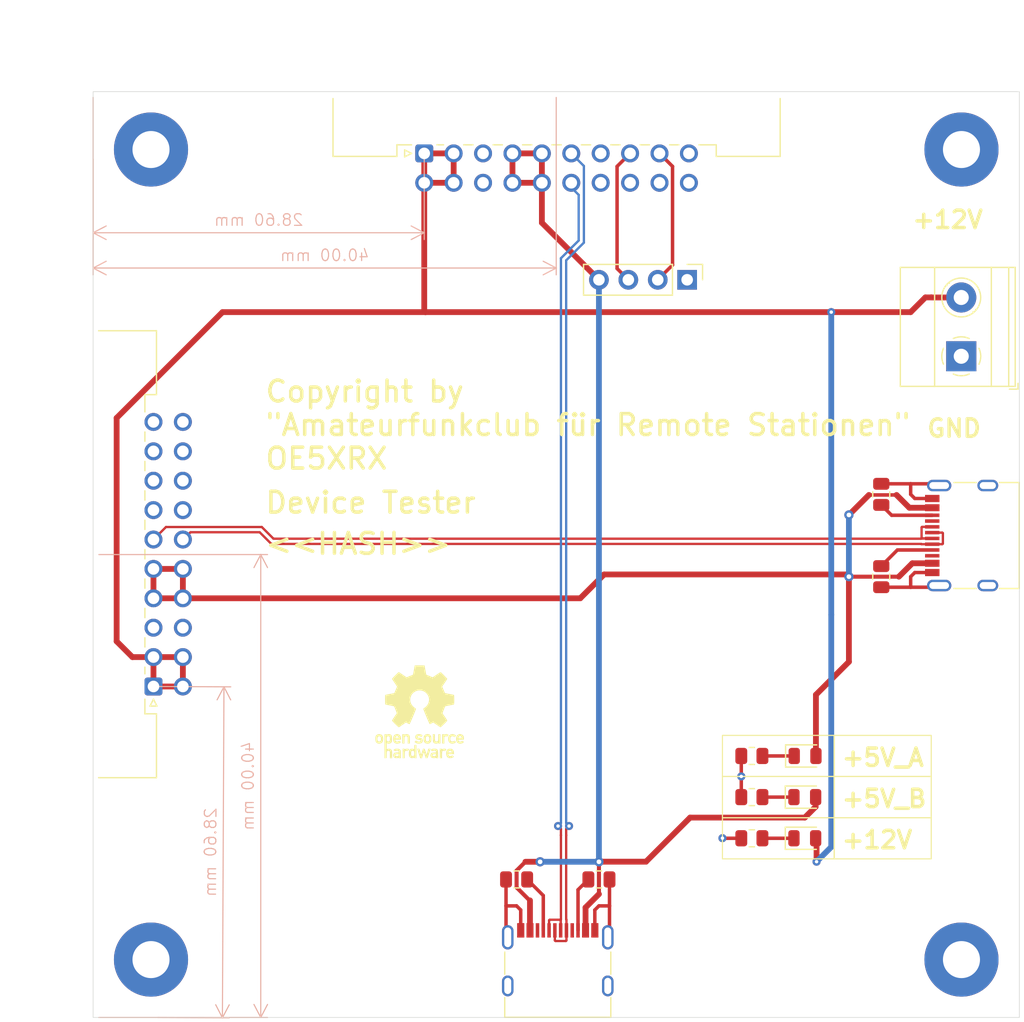
<source format=kicad_pcb>
(kicad_pcb (version 20240108) (generator "pcbnew") (generator_version "8.0")
  (layers (0 "F.Cu" signal) (1 "In1.Cu" power) (2 "In2.Cu" power) (31 "B.Cu" signal) (34 "B.Paste" user) (35 "F.Paste" user) (36 "B.SilkS" user "B.Silkscreen") (37 "F.SilkS" user "F.Silkscreen") (38 "B.Mask" user) (39 "F.Mask" user) (44 "Edge.Cuts" user))
  (net 0 "")
  (net 1 "+12V")
  (net 2 "Net-(D101-K)")
  (net 3 "Net-(D201-K)")
  (net 4 "+5V_A")
  (net 5 "Net-(D301-K)")
  (net 6 "+5V_B")
  (net 7 "GND")
  (net 8 "/Device Tester Connector/USB+")
  (net 9 "/Device Tester Connector/USB-")
  (net 10 "/Device Tester Connector/CC1")
  (net 11 "/Device Tester Connector/CC2")
  (net 12 "/Device Tester Connector/nRPIBOOT")
  (net 13 "/Device Tester Connector/USB_OTG_ID")
  (net 14 "/Bus Tester Connector/USB-")
  (net 15 "/Bus Tester Connector/USB+")
  (net 16 "/Bus Tester Connector/CC1")
  (net 17 "/Bus Tester Connector/CC2")
  (footprint "MountingHole:MountingHole_3.2mm_M3_Pad_TopBottom" (layer "F.Cu") (at 120.756 68.246)
    (property "Reference" "REF**" (hide yes))
    (property "Value" "MountingHole_3.2mm_M3_Pad_TopBottom" (hide yes))
    (pad "1" thru_hole circle (at 0 0) (size 3.6 3.6) (drill 3.2) (layers "*.Cu" "*.Mask"))
    (pad "1" connect circle (at 0 0) (size 6.4 6.4) (layers "F.Cu" "F.Mask"))
    (pad "1" connect circle (at 0 0) (size 6.4 6.4) (layers "B.Cu" "B.Mask"))
  )
  (footprint "Connector_USB:USB_C_Receptacle_G-Switch_GT-USB-7010ASV" (layer "F.Cu") (at 191.956 101.6 90)
    (property "Reference" "J301" (hide yes))
    (property "Value" "USB_C_Receptacle_USB2.0_16P" (hide yes))
    (pad "" np_thru_hole circle (at -2.89 -2.605 90) (size 0.65 0.65) (drill 0.65) (layers "*.Cu" "*.Mask"))
    (pad "" np_thru_hole circle (at 2.89 -2.605 90) (size 0.65 0.65) (drill 0.65) (layers "*.Cu" "*.Mask"))
    (pad "A1" smd rect (at -3.2 -3.725 90) (size 0.6 1.24) (layers "F.Cu" "F.Paste" "F.Mask") (net 7 "GND"))
    (pad "A4" smd rect (at -2.4 -3.725 90) (size 0.6 1.24) (layers "F.Cu" "F.Paste" "F.Mask") (net 6 "+5V_B"))
    (pad "A5" smd rect (at -1.25 -3.725 90) (size 0.3 1.24) (layers "F.Cu" "F.Paste" "F.Mask") (net 16 "/Bus Tester Connector/CC1"))
    (pad "A6" smd rect (at -0.25 -3.725 90) (size 0.3 1.24) (layers "F.Cu" "F.Paste" "F.Mask") (net 15 "/Bus Tester Connector/USB+"))
    (pad "A7" smd rect (at 0.25 -3.725 90) (size 0.3 1.24) (layers "F.Cu" "F.Paste" "F.Mask") (net 14 "/Bus Tester Connector/USB-"))
    (pad "A8" smd rect (at 1.25 -3.725 90) (size 0.3 1.24) (layers "F.Cu" "F.Paste" "F.Mask"))
    (pad "A9" smd rect (at 2.4 -3.725 90) (size 0.6 1.24) (layers "F.Cu" "F.Paste" "F.Mask") (net 6 "+5V_B"))
    (pad "A12" smd rect (at 3.2 -3.725 90) (size 0.6 1.24) (layers "F.Cu" "F.Paste" "F.Mask") (net 7 "GND"))
    (pad "B1" smd rect (at 3.2 -3.725 90) (size 0.6 1.24) (layers "F.Cu" "F.Paste" "F.Mask") (net 7 "GND"))
    (pad "B4" smd rect (at 2.4 -3.725 90) (size 0.6 1.24) (layers "F.Cu" "F.Paste" "F.Mask") (net 6 "+5V_B"))
    (pad "B5" smd rect (at 1.75 -3.725 90) (size 0.3 1.24) (layers "F.Cu" "F.Paste" "F.Mask") (net 17 "/Bus Tester Connector/CC2"))
    (pad "B6" smd rect (at 0.75 -3.725 90) (size 0.3 1.24) (layers "F.Cu" "F.Paste" "F.Mask") (net 15 "/Bus Tester Connector/USB+"))
    (pad "B7" smd rect (at -0.75 -3.725 90) (size 0.3 1.24) (layers "F.Cu" "F.Paste" "F.Mask") (net 14 "/Bus Tester Connector/USB-"))
    (pad "B8" smd rect (at -1.75 -3.725 90) (size 0.3 1.24) (layers "F.Cu" "F.Paste" "F.Mask"))
    (pad "B9" smd rect (at -2.4 -3.725 90) (size 0.6 1.24) (layers "F.Cu" "F.Paste" "F.Mask") (net 6 "+5V_B"))
    (pad "B12" smd rect (at -3.2 -3.725 90) (size 0.6 1.24) (layers "F.Cu" "F.Paste" "F.Mask") (net 7 "GND"))
    (pad "S1" thru_hole oval (at -4.32 -3.125 90) (size 1 2.1) (drill oval 0.6 1.7) (layers "*.Cu" "*.Mask") (net 7 "GND"))
    (pad "S1" thru_hole oval (at -4.32 1.075 90) (size 1 1.8) (drill oval 0.6 1.4) (layers "*.Cu" "*.Mask") (net 7 "GND"))
    (pad "S1" thru_hole oval (at 4.32 -3.125 90) (size 1 2.1) (drill oval 0.6 1.7) (layers "*.Cu" "*.Mask") (net 7 "GND"))
    (pad "S1" thru_hole oval (at 4.32 1.075 90) (size 1 1.8) (drill oval 0.6 1.4) (layers "*.Cu" "*.Mask") (net 7 "GND"))
  )
  (footprint "Connector_PinHeader_2.54mm:PinHeader_1x04_P2.54mm_Vertical" (layer "F.Cu") (at 167.064 79.502 -90)
    (property "Reference" "J202" (hide yes))
    (property "Value" "Conn_01x04" (hide yes))
    (pad "1" thru_hole rect (at 0 0 270) (size 1.7 1.7) (drill 1) (layers "*.Cu" "*.Mask") (net 7 "GND"))
    (pad "2" thru_hole oval (at 0 2.54 270) (size 1.7 1.7) (drill 1) (layers "*.Cu" "*.Mask") (net 12 "/Device Tester Connector/nRPIBOOT"))
    (pad "3" thru_hole oval (at 0 5.08 270) (size 1.7 1.7) (drill 1) (layers "*.Cu" "*.Mask") (net 13 "/Device Tester Connector/USB_OTG_ID"))
    (pad "4" thru_hole oval (at 0 7.62 270) (size 1.7 1.7) (drill 1) (layers "*.Cu" "*.Mask") (net 4 "+5V_A"))
  )
  (footprint "MountingHole:MountingHole_3.2mm_M3_Pad_TopBottom" (layer "F.Cu") (at 190.756 138.246)
    (property "Reference" "REF**" (hide yes))
    (property "Value" "MountingHole_3.2mm_M3_Pad_TopBottom" (hide yes))
    (pad "1" thru_hole circle (at 0 0) (size 3.6 3.6) (drill 3.2) (layers "*.Cu" "*.Mask"))
    (pad "1" connect circle (at 0 0) (size 6.4 6.4) (layers "F.Cu" "F.Mask"))
    (pad "1" connect circle (at 0 0) (size 6.4 6.4) (layers "B.Cu" "B.Mask"))
  )
  (footprint "Connector_DIN:DIN41612_B3_2x10_Male_Horizontal_THT" (layer "F.Cu") (at 120.969 114.646 90)
    (property "Reference" "J302" (hide yes))
    (property "Value" "Conn_02x10_Row_Letter_First" (hide yes))
    (pad "" np_thru_hole circle (at -5.08 -2.54 90) (size 2.85 2.85) (drill 2.85) (layers "*.Cu" "*.Mask"))
    (pad "" np_thru_hole circle (at 27.94 -2.54 90) (size 2.85 2.85) (drill 2.85) (layers "*.Cu" "*.Mask"))
    (pad "a1" thru_hole roundrect (at 0 0 90) (size 1.55 1.55) (drill 1) (layers "*.Cu" "*.Mask") (roundrect_rratio 0.16129) (net 1 "+12V"))
    (pad "a2" thru_hole circle (at 2.54 0 90) (size 1.55 1.55) (drill 1) (layers "*.Cu" "*.Mask") (net 1 "+12V"))
    (pad "a3" thru_hole circle (at 5.08 0 90) (size 1.55 1.55) (drill 1) (layers "*.Cu" "*.Mask") (net 7 "GND"))
    (pad "a4" thru_hole circle (at 7.62 0 90) (size 1.55 1.55) (drill 1) (layers "*.Cu" "*.Mask") (net 6 "+5V_B"))
    (pad "a5" thru_hole circle (at 10.16 0 90) (size 1.55 1.55) (drill 1) (layers "*.Cu" "*.Mask") (net 6 "+5V_B"))
    (pad "a6" thru_hole circle (at 12.7 0 90) (size 1.55 1.55) (drill 1) (layers "*.Cu" "*.Mask") (net 15 "/Bus Tester Connector/USB+"))
    (pad "a7" thru_hole circle (at 15.24 0 90) (size 1.55 1.55) (drill 1) (layers "*.Cu" "*.Mask"))
    (pad "a8" thru_hole circle (at 17.78 0 90) (size 1.55 1.55) (drill 1) (layers "*.Cu" "*.Mask"))
    (pad "a9" thru_hole circle (at 20.32 0 90) (size 1.55 1.55) (drill 1) (layers "*.Cu" "*.Mask"))
    (pad "a10" thru_hole circle (at 22.86 0 90) (size 1.55 1.55) (drill 1) (layers "*.Cu" "*.Mask") (net 7 "GND"))
    (pad "b1" thru_hole circle (at 0 2.54 90) (size 1.55 1.55) (drill 1) (layers "*.Cu" "*.Mask") (net 1 "+12V"))
    (pad "b2" thru_hole circle (at 2.54 2.54 90) (size 1.55 1.55) (drill 1) (layers "*.Cu" "*.Mask") (net 1 "+12V"))
    (pad "b3" thru_hole circle (at 5.08 2.54 90) (size 1.55 1.55) (drill 1) (layers "*.Cu" "*.Mask") (net 7 "GND"))
    (pad "b4" thru_hole circle (at 7.62 2.54 90) (size 1.55 1.55) (drill 1) (layers "*.Cu" "*.Mask") (net 6 "+5V_B"))
    (pad "b5" thru_hole circle (at 10.16 2.54 90) (size 1.55 1.55) (drill 1) (layers "*.Cu" "*.Mask") (net 6 "+5V_B"))
    (pad "b6" thru_hole circle (at 12.7 2.54 90) (size 1.55 1.55) (drill 1) (layers "*.Cu" "*.Mask") (net 14 "/Bus Tester Connector/USB-"))
    (pad "b7" thru_hole circle (at 15.24 2.54 90) (size 1.55 1.55) (drill 1) (layers "*.Cu" "*.Mask"))
    (pad "b8" thru_hole circle (at 17.78 2.54 90) (size 1.55 1.55) (drill 1) (layers "*.Cu" "*.Mask"))
    (pad "b9" thru_hole circle (at 20.32 2.54 90) (size 1.55 1.55) (drill 1) (layers "*.Cu" "*.Mask"))
    (pad "b10" thru_hole circle (at 22.86 2.54 90) (size 1.55 1.55) (drill 1) (layers "*.Cu" "*.Mask") (net 7 "GND"))
  )
  (footprint "Connector_USB:USB_C_Receptacle_G-Switch_GT-USB-7010ASV" (layer "F.Cu") (at 155.888 139.446)
    (property "Reference" "J201" (hide yes))
    (property "Value" "USB_C_Receptacle_USB2.0_16P" (hide yes))
    (pad "" np_thru_hole circle (at -2.89 -2.605) (size 0.65 0.65) (drill 0.65) (layers "*.Cu" "*.Mask"))
    (pad "" np_thru_hole circle (at 2.89 -2.605) (size 0.65 0.65) (drill 0.65) (layers "*.Cu" "*.Mask"))
    (pad "A1" smd rect (at -3.2 -3.725) (size 0.6 1.24) (layers "F.Cu" "F.Paste" "F.Mask") (net 7 "GND"))
    (pad "A4" smd rect (at -2.4 -3.725) (size 0.6 1.24) (layers "F.Cu" "F.Paste" "F.Mask") (net 4 "+5V_A"))
    (pad "A5" smd rect (at -1.25 -3.725) (size 0.3 1.24) (layers "F.Cu" "F.Paste" "F.Mask") (net 10 "/Device Tester Connector/CC1"))
    (pad "A6" smd rect (at -0.25 -3.725) (size 0.3 1.24) (layers "F.Cu" "F.Paste" "F.Mask") (net 8 "/Device Tester Connector/USB+"))
    (pad "A7" smd rect (at 0.25 -3.725) (size 0.3 1.24) (layers "F.Cu" "F.Paste" "F.Mask") (net 9 "/Device Tester Connector/USB-"))
    (pad "A8" smd rect (at 1.25 -3.725) (size 0.3 1.24) (layers "F.Cu" "F.Paste" "F.Mask"))
    (pad "A9" smd rect (at 2.4 -3.725) (size 0.6 1.24) (layers "F.Cu" "F.Paste" "F.Mask") (net 4 "+5V_A"))
    (pad "A12" smd rect (at 3.2 -3.725) (size 0.6 1.24) (layers "F.Cu" "F.Paste" "F.Mask") (net 7 "GND"))
    (pad "B1" smd rect (at 3.2 -3.725) (size 0.6 1.24) (layers "F.Cu" "F.Paste" "F.Mask") (net 7 "GND"))
    (pad "B4" smd rect (at 2.4 -3.725) (size 0.6 1.24) (layers "F.Cu" "F.Paste" "F.Mask") (net 4 "+5V_A"))
    (pad "B5" smd rect (at 1.75 -3.725) (size 0.3 1.24) (layers "F.Cu" "F.Paste" "F.Mask") (net 11 "/Device Tester Connector/CC2"))
    (pad "B6" smd rect (at 0.75 -3.725) (size 0.3 1.24) (layers "F.Cu" "F.Paste" "F.Mask") (net 8 "/Device Tester Connector/USB+"))
    (pad "B7" smd rect (at -0.75 -3.725) (size 0.3 1.24) (layers "F.Cu" "F.Paste" "F.Mask") (net 9 "/Device Tester Connector/USB-"))
    (pad "B8" smd rect (at -1.75 -3.725) (size 0.3 1.24) (layers "F.Cu" "F.Paste" "F.Mask"))
    (pad "B9" smd rect (at -2.4 -3.725) (size 0.6 1.24) (layers "F.Cu" "F.Paste" "F.Mask") (net 4 "+5V_A"))
    (pad "B12" smd rect (at -3.2 -3.725) (size 0.6 1.24) (layers "F.Cu" "F.Paste" "F.Mask") (net 7 "GND"))
    (pad "S1" thru_hole oval (at -4.32 -3.125) (size 1 2.1) (drill oval 0.6 1.7) (layers "*.Cu" "*.Mask") (net 7 "GND"))
    (pad "S1" thru_hole oval (at -4.32 1.075) (size 1 1.8) (drill oval 0.6 1.4) (layers "*.Cu" "*.Mask") (net 7 "GND"))
    (pad "S1" thru_hole oval (at 4.32 -3.125) (size 1 2.1) (drill oval 0.6 1.7) (layers "*.Cu" "*.Mask") (net 7 "GND"))
    (pad "S1" thru_hole oval (at 4.32 1.075) (size 1 1.8) (drill oval 0.6 1.4) (layers "*.Cu" "*.Mask") (net 7 "GND"))
  )
  (footprint "Symbol:OSHW-Logo_7.5x8mm_SilkScreen" (layer "F.Cu") (at 143.95 116.83)
    (property "Reference" "#SYM101" (hide yes))
    (property "Value" "OSHW-Logo_7.5x8mm_SilkScreen" (hide yes))
  )
  (footprint "LED_SMD:LED_0805_2012Metric" (layer "F.Cu") (at 177.249 120.65)
    (property "Reference" "D301" (hide yes))
    (property "Value" "LED" (hide yes))
    (pad "1" smd roundrect (at -0.9375 0) (size 0.975 1.4) (layers "F.Cu" "F.Paste" "F.Mask") (net 5 "Net-(D301-K)"))
    (pad "2" smd roundrect (at 0.9375 0) (size 0.975 1.4) (layers "F.Cu" "F.Paste" "F.Mask") (net 6 "+5V_B"))
  )
  (footprint "MountingHole:MountingHole_3.2mm_M3_Pad_TopBottom" (layer "F.Cu") (at 120.756 138.246)
    (property "Reference" "REF**" (hide yes))
    (property "Value" "MountingHole_3.2mm_M3_Pad_TopBottom" (hide yes))
    (pad "1" thru_hole circle (at 0 0) (size 3.6 3.6) (drill 3.2) (layers "*.Cu" "*.Mask"))
    (pad "1" connect circle (at 0 0) (size 6.4 6.4) (layers "F.Cu" "F.Mask"))
    (pad "1" connect circle (at 0 0) (size 6.4 6.4) (layers "B.Cu" "B.Mask"))
  )
  (footprint "Resistor_SMD:R_0805_2012Metric" (layer "F.Cu") (at 159.444 131.318)
    (property "Reference" "R202" (hide yes))
    (property "Value" "5k1" (hide yes))
    (pad "1" smd roundrect (at -0.9125 0) (size 1.025 1.4) (layers "F.Cu" "F.Paste" "F.Mask") (roundrect_rratio 0.243902) (net 11 "/Device Tester Connector/CC2"))
    (pad "2" smd roundrect (at 0.9125 0) (size 1.025 1.4) (layers "F.Cu" "F.Paste" "F.Mask") (roundrect_rratio 0.243902) (net 7 "GND"))
  )
  (footprint "Resistor_SMD:R_0805_2012Metric" (layer "F.Cu") (at 183.828 105.156 -90)
    (property "Reference" "R301" (hide yes))
    (property "Value" "5k1" (hide yes))
    (pad "1" smd roundrect (at -0.9125 0 270) (size 1.025 1.4) (layers "F.Cu" "F.Paste" "F.Mask") (roundrect_rratio 0.243902) (net 16 "/Bus Tester Connector/CC1"))
    (pad "2" smd roundrect (at 0.9125 0 270) (size 1.025 1.4) (layers "F.Cu" "F.Paste" "F.Mask") (roundrect_rratio 0.243902) (net 7 "GND"))
  )
  (footprint "Resistor_SMD:R_0805_2012Metric" (layer "F.Cu") (at 172.652 127.762 180)
    (property "Reference" "R101" (hide yes))
    (property "Value" "2k2" (hide yes))
    (pad "1" smd roundrect (at -0.9125 0 180) (size 1.025 1.4) (layers "F.Cu" "F.Paste" "F.Mask") (roundrect_rratio 0.243902) (net 2 "Net-(D101-K)"))
    (pad "2" smd roundrect (at 0.9125 0 180) (size 1.025 1.4) (layers "F.Cu" "F.Paste" "F.Mask") (roundrect_rratio 0.243902) (net 7 "GND"))
  )
  (footprint "Resistor_SMD:R_0805_2012Metric" (layer "F.Cu") (at 183.828 98.044 90)
    (property "Reference" "R302" (hide yes))
    (property "Value" "5k1" (hide yes))
    (pad "1" smd roundrect (at -0.9125 0 90) (size 1.025 1.4) (layers "F.Cu" "F.Paste" "F.Mask") (roundrect_rratio 0.243902) (net 17 "/Bus Tester Connector/CC2"))
    (pad "2" smd roundrect (at 0.9125 0 90) (size 1.025 1.4) (layers "F.Cu" "F.Paste" "F.Mask") (roundrect_rratio 0.243902) (net 7 "GND"))
  )
  (footprint "LED_SMD:LED_0805_2012Metric" (layer "F.Cu") (at 177.224 124.206)
    (property "Reference" "D201" (hide yes))
    (property "Value" "LED" (hide yes))
    (pad "1" smd roundrect (at -0.9375 0) (size 0.975 1.4) (layers "F.Cu" "F.Paste" "F.Mask") (net 3 "Net-(D201-K)"))
    (pad "2" smd roundrect (at 0.9375 0) (size 0.975 1.4) (layers "F.Cu" "F.Paste" "F.Mask") (net 4 "+5V_A"))
  )
  (footprint "LED_SMD:LED_0805_2012Metric" (layer "F.Cu") (at 177.224 127.762)
    (property "Reference" "D101" (hide yes))
    (property "Value" "LED" (hide yes))
    (pad "1" smd roundrect (at -0.9375 0) (size 0.975 1.4) (layers "F.Cu" "F.Paste" "F.Mask") (net 2 "Net-(D101-K)"))
    (pad "2" smd roundrect (at 0.9375 0) (size 0.975 1.4) (layers "F.Cu" "F.Paste" "F.Mask") (net 1 "+12V"))
  )
  (footprint "TerminalBlock_Phoenix:TerminalBlock_Phoenix_MKDS-1,5-2-5.08_1x02_P5.08mm_Horizontal" (layer "F.Cu") (at 190.737 86.111 90)
    (property "Reference" "J101" (hide yes))
    (property "Value" "Screw_Terminal_01x02" (hide yes))
    (pad "1" thru_hole rect (at 0 0 90) (size 2.6 2.6) (drill 1.3) (layers "*.Cu" "*.Mask") (net 7 "GND"))
    (pad "2" thru_hole circle (at 5.08 0 90) (size 2.6 2.6) (drill 1.3) (layers "*.Cu" "*.Mask") (net 1 "+12V"))
  )
  (footprint "Resistor_SMD:R_0805_2012Metric" (layer "F.Cu") (at 152.332 131.318 180)
    (property "Reference" "R201" (hide yes))
    (property "Value" "5k1" (hide yes))
    (pad "1" smd roundrect (at -0.9125 0 180) (size 1.025 1.4) (layers "F.Cu" "F.Paste" "F.Mask") (roundrect_rratio 0.243902) (net 10 "/Device Tester Connector/CC1"))
    (pad "2" smd roundrect (at 0.9125 0 180) (size 1.025 1.4) (layers "F.Cu" "F.Paste" "F.Mask") (roundrect_rratio 0.243902) (net 7 "GND"))
  )
  (footprint "Resistor_SMD:R_0805_2012Metric" (layer "F.Cu") (at 172.652 120.65 180)
    (property "Reference" "R303" (hide yes))
    (property "Value" "390" (hide yes))
    (pad "1" smd roundrect (at -0.9125 0 180) (size 1.025 1.4) (layers "F.Cu" "F.Paste" "F.Mask") (roundrect_rratio 0.243902) (net 5 "Net-(D301-K)"))
    (pad "2" smd roundrect (at 0.9125 0 180) (size 1.025 1.4) (layers "F.Cu" "F.Paste" "F.Mask") (roundrect_rratio 0.243902) (net 7 "GND"))
  )
  (footprint "Resistor_SMD:R_0805_2012Metric" (layer "F.Cu") (at 172.652 124.206 180)
    (property "Reference" "R203" (hide yes))
    (property "Value" "390" (hide yes))
    (pad "1" smd roundrect (at -0.9125 0 180) (size 1.025 1.4) (layers "F.Cu" "F.Paste" "F.Mask") (roundrect_rratio 0.243902) (net 3 "Net-(D201-K)"))
    (pad "2" smd roundrect (at 0.9125 0 180) (size 1.025 1.4) (layers "F.Cu" "F.Paste" "F.Mask") (roundrect_rratio 0.243902) (net 7 "GND"))
  )
  (footprint "MountingHole:MountingHole_3.2mm_M3_Pad_TopBottom" (layer "F.Cu") (at 190.756 68.246)
    (property "Reference" "REF**" (hide yes))
    (property "Value" "MountingHole_3.2mm_M3_Pad_TopBottom" (hide yes))
    (pad "1" thru_hole circle (at 0 0) (size 3.6 3.6) (drill 3.2) (layers "*.Cu" "*.Mask"))
    (pad "1" connect circle (at 0 0) (size 6.4 6.4) (layers "F.Cu" "F.Mask"))
    (pad "1" connect circle (at 0 0) (size 6.4 6.4) (layers "B.Cu" "B.Mask"))
  )
  (footprint "Connector_DIN:DIN41612_B3_2x10_Male_Horizontal_THT" (layer "F.Cu") (at 144.356 68.58)
    (property "Reference" "J203" (hide yes))
    (property "Value" "Conn_02x10_Row_Letter_First" (hide yes))
    (pad "" np_thru_hole circle (at -5.08 -2.54) (size 2.85 2.85) (drill 2.85) (layers "*.Cu" "*.Mask"))
    (pad "" np_thru_hole circle (at 27.94 -2.54) (size 2.85 2.85) (drill 2.85) (layers "*.Cu" "*.Mask"))
    (pad "a1" thru_hole roundrect (at 0 0) (size 1.55 1.55) (drill 1) (layers "*.Cu" "*.Mask") (roundrect_rratio 0.16129) (net 1 "+12V"))
    (pad "a2" thru_hole circle (at 2.54 0) (size 1.55 1.55) (drill 1) (layers "*.Cu" "*.Mask") (net 1 "+12V"))
    (pad "a3" thru_hole circle (at 5.08 0) (size 1.55 1.55) (drill 1) (layers "*.Cu" "*.Mask") (net 7 "GND"))
    (pad "a4" thru_hole circle (at 7.62 0) (size 1.55 1.55) (drill 1) (layers "*.Cu" "*.Mask") (net 4 "+5V_A"))
    (pad "a5" thru_hole circle (at 10.16 0) (size 1.55 1.55) (drill 1) (layers "*.Cu" "*.Mask") (net 4 "+5V_A"))
    (pad "a6" thru_hole circle (at 12.7 0) (size 1.55 1.55) (drill 1) (layers "*.Cu" "*.Mask") (net 8 "/Device Tester Connector/USB+"))
    (pad "a7" thru_hole circle (at 15.24 0) (size 1.55 1.55) (drill 1) (layers "*.Cu" "*.Mask"))
    (pad "a8" thru_hole circle (at 17.78 0) (size 1.55 1.55) (drill 1) (layers "*.Cu" "*.Mask") (net 13 "/Device Tester Connector/USB_OTG_ID"))
    (pad "a9" thru_hole circle (at 20.32 0) (size 1.55 1.55) (drill 1) (layers "*.Cu" "*.Mask") (net 12 "/Device Tester Connector/nRPIBOOT"))
    (pad "a10" thru_hole circle (at 22.86 0) (size 1.55 1.55) (drill 1) (layers "*.Cu" "*.Mask") (net 7 "GND"))
    (pad "b1" thru_hole circle (at 0 2.54) (size 1.55 1.55) (drill 1) (layers "*.Cu" "*.Mask") (net 1 "+12V"))
    (pad "b2" thru_hole circle (at 2.54 2.54) (size 1.55 1.55) (drill 1) (layers "*.Cu" "*.Mask") (net 1 "+12V"))
    (pad "b3" thru_hole circle (at 5.08 2.54) (size 1.55 1.55) (drill 1) (layers "*.Cu" "*.Mask") (net 7 "GND"))
    (pad "b4" thru_hole circle (at 7.62 2.54) (size 1.55 1.55) (drill 1) (layers "*.Cu" "*.Mask") (net 4 "+5V_A"))
    (pad "b5" thru_hole circle (at 10.16 2.54) (size 1.55 1.55) (drill 1) (layers "*.Cu" "*.Mask") (net 4 "+5V_A"))
    (pad "b6" thru_hole circle (at 12.7 2.54) (size 1.55 1.55) (drill 1) (layers "*.Cu" "*.Mask") (net 9 "/Device Tester Connector/USB-"))
    (pad "b7" thru_hole circle (at 15.24 2.54) (size 1.55 1.55) (drill 1) (layers "*.Cu" "*.Mask"))
    (pad "b8" thru_hole circle (at 17.78 2.54) (size 1.55 1.55) (drill 1) (layers "*.Cu" "*.Mask"))
    (pad "b9" thru_hole circle (at 20.32 2.54) (size 1.55 1.55) (drill 1) (layers "*.Cu" "*.Mask"))
    (pad "b10" thru_hole circle (at 22.86 2.54) (size 1.55 1.55) (drill 1) (layers "*.Cu" "*.Mask") (net 7 "GND"))
  )
  (gr_rect (start 179.764 118.872) (end 188.146 122.428) (stroke (width 0.1)) (fill none) (layer "F.SilkS"))
  (gr_rect (start 179.764 125.984) (end 188.146 129.54) (stroke (width 0.1)) (fill none) (layer "F.SilkS"))
  (gr_rect (start 179.764 122.428) (end 188.146 125.984) (stroke (width 0.1)) (fill none) (layer "F.SilkS"))
  (gr_rect (start 170.112 118.872) (end 179.764 122.428) (stroke (width 0.1)) (fill none) (layer "F.SilkS"))
  (gr_rect (start 170.112 122.428) (end 179.764 125.984) (stroke (width 0.1)) (fill none) (layer "F.SilkS"))
  (gr_rect (start 170.112 125.984) (end 179.764 129.54) (stroke (width 0.1)) (fill none) (layer "F.SilkS"))
  (gr_rect (start 115.756 63.246) (end 195.756 143.246) (stroke (width 0.05)) (fill none) (layer "Edge.Cuts"))
  (gr_text "<<HASH>>" (at 130.488 103.368 0) (layer "F.SilkS") (effects (font (size 1.8 1.8) (thickness 0.3) (bold yes)) (justify left bottom)))
  (gr_text "+5V_A" (at 180.272 121.666 0) (layer "F.SilkS") (effects (font (size 1.5 1.5) (thickness 0.3) (bold yes)) (justify left bottom)))
  (gr_text "Device Tester" (at 130.488 99.812 0) (layer "F.SilkS") (effects (font (size 1.8 1.8) (thickness 0.3) (bold yes)) (justify left bottom)))
  (gr_text "GND" (at 187.638 93.218 0) (layer "F.SilkS") (effects (font (size 1.5 1.5) (thickness 0.3) (bold yes)) (justify left bottom)))
  (gr_text "+5V_B" (at 180.272 125.222 0) (layer "F.SilkS") (effects (font (size 1.5 1.5) (thickness 0.3) (bold yes)) (justify left bottom)))
  (gr_text "+12V" (at 186.368 75.184 0) (layer "F.SilkS") (effects (font (size 1.5 1.5) (thickness 0.3) (bold yes)) (justify left bottom)))
  (gr_text "+12V" (at 180.272 128.778 0) (layer "F.SilkS") (effects (font (size 1.5 1.5) (thickness 0.3) (bold yes)) (justify left bottom)))
  (gr_text "Copyright by\n{dblquote}Amateurfunkclub für Remote Stationen{dblquote}\nOE5XRX" (at 130.488 96.002 0) (layer "F.SilkS") (effects (font (size 1.8 1.8) (thickness 0.3) (bold yes)) (justify left bottom)))
  (dimension (type aligned) (layer "B.SilkS") (pts (xy 115.756 143.246) (xy 115.756 103.246)) (height 14.478) (gr_text "40.00 mm" (at 129.134 123.246 90) (layer "B.SilkS") (effects (font (size 1 1) (thickness 0.1)) (justify mirror))) (format (prefix "") (suffix "") (units 3) (units_format 1) (precision 2)) (style (thickness 0.1) (arrow_length 1.27) (text_position_mode 0) (extension_height 0.58642) (extension_offset 0.5) keep_text_aligned))
  (dimension (type aligned) (layer "B.SilkS") (pts (xy 120.969 114.646) (xy 120.836 143.246)) (height -6.08793) (gr_text "28.60 mm" (at 125.890376 128.969196 89.73355651) (layer "B.SilkS") (effects (font (size 1 1) (thickness 0.1)) (justify mirror))) (format (prefix "") (suffix "") (units 3) (units_format 1) (precision 2)) (style (thickness 0.1) (arrow_length 1.27) (text_position_mode 0) (extension_height 0.58642) (extension_offset 0.5) keep_text_aligned))
  (dimension (type aligned) (layer "B.SilkS") (pts (xy 115.756 63.246) (xy 155.756 63.246)) (height 15.24) (gr_text "40.00 mm" (at 135.756 77.386 0) (layer "B.SilkS") (effects (font (size 1 1) (thickness 0.1)) (justify mirror))) (format (prefix "") (suffix "") (units 3) (units_format 1) (precision 2)) (style (thickness 0.1) (arrow_length 1.27) (text_position_mode 0) (extension_height 0.58642) (extension_offset 0.5) keep_text_aligned))
  (dimension (type aligned) (layer "B.SilkS") (pts (xy 144.356 68.58) (xy 115.756 68.58)) (height -6.858) (gr_text "28.60 mm" (at 130.056 74.338 0) (layer "B.SilkS") (effects (font (size 1 1) (thickness 0.1)) (justify mirror))) (format (prefix "") (suffix "") (units 3) (units_format 1) (precision 2)) (style (thickness 0.1) (arrow_length 1.27) (text_position_mode 0) (extension_height 0.58642) (extension_offset 0.5) keep_text_aligned))
  (segment (start 188.146 81.026) (end 188.151 81.031) (width 0.5) (layer "F.Cu") (net 1))
  (segment (start 119.15 112.106) (end 120.969 112.106) (width 0.5) (layer "F.Cu") (net 1))
  (segment (start 188.151 81.031) (end 190.737 81.031) (width 0.5) (layer "F.Cu") (net 1))
  (segment (start 187.638 81.026) (end 188.146 81.026) (width 0.5) (layer "F.Cu") (net 1))
  (segment (start 120.969 112.106) (end 123.509 112.106) (width 0.5) (layer "F.Cu") (net 1))
  (segment (start 186.368 82.296) (end 187.638 81.026) (width 0.5) (layer "F.Cu") (net 1))
  (segment (start 146.896 71.12) (end 144.356 71.12) (width 0.5) (layer "F.Cu") (net 1))
  (segment (start 144.356 68.58) (end 146.896 68.58) (width 0.5) (layer "F.Cu") (net 1))
  (segment (start 144.356 68.58) (end 144.356 71.12) (width 0.5) (layer "F.Cu") (net 1))
  (segment (start 123.509 112.106) (end 123.509 114.646) (width 0.5) (layer "F.Cu") (net 1))
  (segment (start 146.896 68.58) (end 146.896 71.12) (width 0.5) (layer "F.Cu") (net 1))
  (segment (start 120.969 114.646) (end 120.969 112.106) (width 0.5) (layer "F.Cu") (net 1))
  (segment (start 179.51 82.296) (end 186.368 82.296) (width 0.5) (layer "F.Cu") (net 1))
  (segment (start 126.932 82.296) (end 117.788 91.44) (width 0.5) (layer "F.Cu") (net 1))
  (segment (start 117.788 91.44) (end 117.788 110.744) (width 0.5) (layer "F.Cu") (net 1))
  (segment (start 144.356 71.12) (end 144.356 82.194) (width 0.5) (layer "F.Cu") (net 1))
  (segment (start 144.458 82.296) (end 126.932 82.296) (width 0.5) (layer "F.Cu") (net 1))
  (segment (start 178.24 127.8405) (end 178.1615 127.762) (width 0.5) (layer "F.Cu") (net 1))
  (segment (start 144.458 82.296) (end 179.51 82.296) (width 0.5) (layer "F.Cu") (net 1))
  (segment (start 123.509 114.646) (end 120.969 114.646) (width 0.5) (layer "F.Cu") (net 1))
  (segment (start 144.356 82.194) (end 144.458 82.296) (width 0.5) (layer "F.Cu") (net 1))
  (segment (start 178.24 129.784) (end 178.24 127.8405) (width 0.5) (layer "F.Cu") (net 1))
  (segment (start 117.788 110.744) (end 119.15 112.106) (width 0.5) (layer "F.Cu") (net 1))
  (via (at 179.51 82.296) (size 0.7) (drill 0.3) (layers "F.Cu" "B.Cu") (net 1))
  (via (at 178.24 129.784) (size 0.7) (drill 0.3) (layers "F.Cu" "B.Cu") (net 1))
  (segment (start 179.51 108.448) (end 179.51 128.514) (width 0.5) (layer "B.Cu") (net 1))
  (segment (start 179.51 108.448) (end 179.51 82.296) (width 0.5) (layer "B.Cu") (net 1))
  (segment (start 179.51 128.514) (end 178.24 129.784) (width 0.5) (layer "B.Cu") (net 1))
  (segment (start 173.5645 127.762) (end 176.2865 127.762) (width 0.3) (layer "F.Cu") (net 2))
  (segment (start 176.2865 124.206) (end 173.5645 124.206) (width 0.3) (layer "F.Cu") (net 3))
  (segment (start 159.444 129.794) (end 159.454 129.784) (width 0.3493) (layer "F.Cu") (net 4))
  (segment (start 151.976 68.58) (end 151.976 71.12) (width 0.5) (layer "F.Cu") (net 4))
  (segment (start 151.976 71.12) (end 154.516 71.12) (width 0.5) (layer "F.Cu") (net 4))
  (segment (start 159.454 129.784) (end 163.508 129.784) (width 0.5) (layer "F.Cu") (net 4))
  (segment (start 154.516 74.574) (end 154.516 71.12) (width 0.5) (layer "F.Cu") (net 4))
  (segment (start 151.976 68.58) (end 154.516 68.58) (width 0.5) (layer "F.Cu") (net 4))
  (segment (start 153.094 129.794) (end 154.364 129.794) (width 0.5) (layer "F.Cu") (net 4))
  (segment (start 154.516 68.58) (end 154.516 71.12) (width 0.5) (layer "F.Cu") (net 4))
  (segment (start 159.444 132.588) (end 159.444 129.794) (width 0.3493) (layer "F.Cu") (net 4))
  (segment (start 158.288 135.721) (end 158.288 133.744) (width 0.5) (layer "F.Cu") (net 4))
  (segment (start 153.488 135.721) (end 153.488 133.129456) (width 0.5) (layer "F.Cu") (net 4))
  (segment (start 152.332 130.556) (end 153.094 129.794) (width 0.3493) (layer "F.Cu") (net 4))
  (segment (start 152.332 130.556) (end 152.332 132.008316) (width 0.3493) (layer "F.Cu") (net 4))
  (segment (start 167.318 125.974) (end 177.224 125.974) (width 0.5) (layer "F.Cu") (net 4))
  (segment (start 158.288 133.744) (end 159.444 132.588) (width 0.5) (layer "F.Cu") (net 4))
  (segment (start 177.224 125.974) (end 178.1615 125.0365) (width 0.5) (layer "F.Cu") (net 4))
  (segment (start 163.508 129.784) (end 167.318 125.974) (width 0.5) (layer "F.Cu") (net 4))
  (segment (start 159.444 79.502) (end 154.516 74.574) (width 0.5) (layer "F.Cu") (net 4))
  (segment (start 152.332 132.008316) (end 153.45314 133.129456) (width 0.3493) (layer "F.Cu") (net 4))
  (segment (start 178.1615 125.0365) (end 178.1615 124.206) (width 0.5) (layer "F.Cu") (net 4))
  (segment (start 153.45314 133.129456) (end 153.488 133.129456) (width 0.3493) (layer "F.Cu") (net 4))
  (via (at 154.364 129.794) (size 0.8) (drill 0.4) (layers "F.Cu" "B.Cu") (net 4))
  (via (at 159.444 129.794) (size 0.8) (drill 0.4) (layers "F.Cu" "B.Cu") (net 4))
  (segment (start 154.364 129.794) (end 159.444 129.794) (width 0.5) (layer "B.Cu") (net 4))
  (segment (start 159.444 79.502) (end 159.444 129.794) (width 0.5) (layer "B.Cu") (net 4))
  (segment (start 173.5645 120.65) (end 176.3115 120.65) (width 0.3) (layer "F.Cu") (net 5))
  (segment (start 181.034 105.156) (end 180.842 104.964) (width 0.5) (layer "F.Cu") (net 6))
  (segment (start 186.254 99.2) (end 185.148 98.094) (width 0.5) (layer "F.Cu") (net 6))
  (segment (start 188.231 99.2) (end 186.254 99.2) (width 0.5) (layer "F.Cu") (net 6))
  (segment (start 123.509 104.486) (end 123.509 107.026) (width 0.5) (layer "F.Cu") (net 6))
  (segment (start 120.969 104.486) (end 120.969 107.026) (width 0.5) (layer "F.Cu") (net 6))
  (segment (start 185.148 98.094) (end 182.762 98.094) (width 0.3) (layer "F.Cu") (net 6))
  (segment (start 182.762 98.094) (end 181.034 99.822) (width 0.5) (layer "F.Cu") (net 6))
  (segment (start 157.828 107.026) (end 123.509 107.026) (width 0.5) (layer "F.Cu") (net 6))
  (segment (start 159.89 104.964) (end 157.828 107.026) (width 0.5) (layer "F.Cu") (net 6))
  (segment (start 185.352 105.156) (end 181.034 105.156) (width 0.3493) (layer "F.Cu") (net 6))
  (segment (start 188.231 104) (end 186.508 104) (width 0.5) (layer "F.Cu") (net 6))
  (segment (start 181.034 112.512) (end 178.1865 115.3595) (width 0.5) (layer "F.Cu") (net 6))
  (segment (start 186.508 104) (end 185.352 105.156) (width 0.5) (layer "F.Cu") (net 6))
  (segment (start 120.969 107.026) (end 123.509 107.026) (width 0.5) (layer "F.Cu") (net 6))
  (segment (start 120.969 104.486) (end 123.509 104.486) (width 0.5) (layer "F.Cu") (net 6))
  (segment (start 178.1865 115.3595) (end 178.1865 120.65) (width 0.5) (layer "F.Cu") (net 6))
  (segment (start 181.034 105.156) (end 181.034 112.512) (width 0.5) (layer "F.Cu") (net 6))
  (segment (start 180.842 104.964) (end 159.89 104.964) (width 0.5) (layer "F.Cu") (net 6))
  (via (at 181.034 105.156) (size 0.8) (drill 0.4) (layers "F.Cu" "B.Cu") (net 6))
  (via (at 181.034 99.822) (size 0.8) (drill 0.4) (layers "F.Cu" "B.Cu") (net 6))
  (segment (start 181.034 99.822) (end 181.034 105.156) (width 0.5) (layer "B.Cu") (net 6))
  (segment (start 183.828 97.1315) (end 186.368 97.1315) (width 0.3) (layer "F.Cu") (net 7))
  (segment (start 186.724 98.4) (end 186.368 98.044) (width 0.3) (layer "F.Cu") (net 7))
  (segment (start 159.088 133.96) (end 159.444 133.604) (width 0.3) (layer "F.Cu") (net 7))
  (segment (start 151.4195 136.1725) (end 151.568 136.321) (width 0.3) (layer "F.Cu") (net 7))
  (segment (start 186.368 97.1315) (end 188.6825 97.1315) (width 0.3) (layer "F.Cu") (net 7))
  (segment (start 186.368 105.156) (end 186.368 106.0685) (width 0.3) (layer "F.Cu") (net 7))
  (segment (start 160.3565 131.318) (end 160.3565 133.604) (width 0.3) (layer "F.Cu") (net 7))
  (segment (start 170.122 127.762) (end 170.112 127.752) (width 0.3) (layer "F.Cu") (net 7))
  (segment (start 188.831 105.92) (end 188.656 105.92) (width 0.3) (layer "F.Cu") (net 7))
  (segment (start 159.088 135.721) (end 159.088 133.96) (width 0.3) (layer "F.Cu") (net 7))
  (segment (start 159.444 133.604) (end 160.3565 133.604) (width 0.3) (layer "F.Cu") (net 7))
  (segment (start 152.688 135.721) (end 152.688 133.96) (width 0.3) (layer "F.Cu") (net 7))
  (segment (start 183.828 106.0685) (end 186.368 106.0685) (width 0.3) (layer "F.Cu") (net 7))
  (segment (start 186.368 106.0685) (end 188.6825 106.0685) (width 0.3) (layer "F.Cu") (net 7))
  (segment (start 186.724 104.8) (end 186.368 105.156) (width 0.3) (layer "F.Cu") (net 7))
  (segment (start 171.7395 120.65) (end 171.7395 124.206) (width 0.3) (layer "F.Cu") (net 7))
  (segment (start 188.231 104.8) (end 186.724 104.8) (width 0.3) (layer "F.Cu") (net 7))
  (segment (start 188.231 98.4) (end 186.724 98.4) (width 0.3) (layer "F.Cu") (net 7))
  (segment (start 152.688 133.96) (end 152.332 133.604) (width 0.3) (layer "F.Cu") (net 7))
  (segment (start 171.7395 127.762) (end 170.122 127.762) (width 0.3) (layer "F.Cu") (net 7))
  (segment (start 151.4195 133.604) (end 151.4195 136.1725) (width 0.3) (layer "F.Cu") (net 7))
  (segment (start 188.6825 97.1315) (end 188.831 97.28) (width 0.3) (layer "F.Cu") (net 7))
  (segment (start 151.4195 131.318) (end 151.4195 133.604) (width 0.3) (layer "F.Cu") (net 7))
  (segment (start 188.6825 106.0685) (end 188.831 105.92) (width 0.3) (layer "F.Cu") (net 7))
  (segment (start 152.332 133.604) (end 151.4195 133.604) (width 0.3) (layer "F.Cu") (net 7))
  (segment (start 186.368 98.044) (end 186.368 97.1315) (width 0.3) (layer "F.Cu") (net 7))
  (segment (start 160.3565 136.1725) (end 160.208 136.321) (width 0.3) (layer "F.Cu") (net 7))
  (segment (start 160.3565 133.604) (end 160.3565 136.1725) (width 0.3) (layer "F.Cu") (net 7))
  (via (at 170.112 127.752) (size 0.7) (drill 0.3) (layers "F.Cu" "B.Cu") (net 7))
  (via (at 171.7395 122.418) (size 0.7) (drill 0.3) (layers "F.Cu" "B.Cu") (net 7))
  (segment (start 156.638 134.790999) (end 156.613 134.765999) (width 0.2) (layer "F.Cu") (net 8))
  (segment (start 156.613 127.498) (end 156.613001 127.497999) (width 0.2) (layer "F.Cu") (net 8))
  (segment (start 156.613 134.765999) (end 156.613 127.498) (width 0.2) (layer "F.Cu") (net 8))
  (segment (start 156.588 136.641) (end 156.638 136.591) (width 0.2) (layer "F.Cu") (net 8))
  (segment (start 156.613001 127.497999) (end 156.613001 126.95253) (width 0.2) (layer "F.Cu") (net 8))
  (segment (start 156.638 135.721) (end 156.638 134.790999) (width 0.2) (layer "F.Cu") (net 8))
  (segment (start 155.638 136.591) (end 155.688 136.641) (width 0.2) (layer "F.Cu") (net 8))
  (segment (start 155.638 135.721) (end 155.638 136.591) (width 0.2) (layer "F.Cu") (net 8))
  (segment (start 156.638 136.591) (end 156.638 135.721) (width 0.2) (layer "F.Cu") (net 8))
  (segment (start 156.613001 126.95253) (end 156.863 126.702531) (width 0.2) (layer "F.Cu") (net 8))
  (segment (start 155.688 136.641) (end 156.588 136.641) (width 0.2) (layer "F.Cu") (net 8))
  (via (at 156.863 126.702531) (size 0.7) (drill 0.3) (layers "F.Cu" "B.Cu") (net 8))
  (segment (start 156.613 77.8252) (end 158.145 76.2932) (width 0.2) (layer "B.Cu") (net 8))
  (segment (start 158.145 69.669) (end 157.056 68.58) (width 0.2) (layer "B.Cu") (net 8))
  (segment (start 158.145 76.2932) (end 158.145 69.669) (width 0.2) (layer "B.Cu") (net 8))
  (segment (start 156.613 126.452531) (end 156.613 77.8252) (width 0.2) (layer "B.Cu") (net 8))
  (segment (start 156.863 126.702531) (end 156.613 126.452531) (width 0.2) (layer "B.Cu") (net 8))
  (segment (start 156.163 134.765999) (end 156.163 127.498) (width 0.2) (layer "F.Cu") (net 9))
  (segment (start 155.138 134.851) (end 155.188 134.801) (width 0.2) (layer "F.Cu") (net 9))
  (segment (start 156.088 134.801) (end 156.138 134.851) (width 0.2) (layer "F.Cu") (net 9))
  (segment (start 156.138 134.851) (end 156.138 135.721) (width 0.2) (layer "F.Cu") (net 9))
  (segment (start 155.188 134.801) (end 156.088 134.801) (width 0.2) (layer "F.Cu") (net 9))
  (segment (start 156.162999 126.95253) (end 155.913 126.702531) (width 0.2) (layer "F.Cu") (net 9))
  (segment (start 156.138 134.790999) (end 156.163 134.765999) (width 0.2) (layer "F.Cu") (net 9))
  (segment (start 156.163 127.498) (end 156.162999 127.497999) (width 0.2) (layer "F.Cu") (net 9))
  (segment (start 155.138 135.721) (end 155.138 134.851) (width 0.2) (layer "F.Cu") (net 9))
  (segment (start 156.162999 127.497999) (end 156.162999 126.95253) (width 0.2) (layer "F.Cu") (net 9))
  (segment (start 156.138 135.721) (end 156.138 134.790999) (width 0.2) (layer "F.Cu") (net 9))
  (via (at 155.913 126.702531) (size 0.7) (drill 0.3) (layers "F.Cu" "B.Cu") (net 9))
  (segment (start 157.695 76.1068) (end 157.695 72.165) (width 0.2) (layer "B.Cu") (net 9))
  (segment (start 155.913 126.702531) (end 156.163 126.452531) (width 0.2) (layer "B.Cu") (net 9))
  (segment (start 157.695 72.165) (end 157.056 71.526) (width 0.2) (layer "B.Cu") (net 9))
  (segment (start 156.163 77.6388) (end 157.695 76.1068) (width 0.2) (layer "B.Cu") (net 9))
  (segment (start 157.056 71.526) (end 157.056 71.12) (width 0.2) (layer "B.Cu") (net 9))
  (segment (start 156.163 126.452531) (end 156.163 77.6388) (width 0.2) (layer "B.Cu") (net 9))
  (segment (start 154.638 135.721) (end 154.638 132.7115) (width 0.3) (layer "F.Cu") (net 10))
  (segment (start 154.638 132.7115) (end 153.2445 131.318) (width 0.3) (layer "F.Cu") (net 10))
  (segment (start 157.638 132.2115) (end 158.5315 131.318) (width 0.3) (layer "F.Cu") (net 11))
  (segment (start 157.638 135.721) (end 157.638 132.2115) (width 0.3) (layer "F.Cu") (net 11))
  (segment (start 165.801 78.225) (end 164.524 79.502) (width 0.3) (layer "F.Cu") (net 12))
  (segment (start 164.676 68.58) (end 165.801 69.705) (width 0.3) (layer "F.Cu") (net 12))
  (segment (start 165.801 69.705) (end 165.801 78.225) (width 0.3) (layer "F.Cu") (net 12))
  (segment (start 161.011 78.529) (end 161.984 79.502) (width 0.3) (layer "F.Cu") (net 13))
  (segment (start 161.011 69.705) (end 161.011 78.529) (width 0.3) (layer "F.Cu") (net 13))
  (segment (start 162.136 68.58) (end 161.011 69.705) (width 0.3) (layer "F.Cu") (net 13))
  (segment (start 189.151 102.3) (end 189.101 102.35) (width 0.2) (layer "F.Cu") (net 14))
  (segment (start 130.1408 101.317) (end 124.167 101.317) (width 0.2) (layer "F.Cu") (net 14))
  (segment (start 188.231 102.35) (end 187.300999 102.35) (width 0.2) (layer "F.Cu") (net 14))
  (segment (start 188.231 101.35) (end 189.101 101.35) (width 0.2) (layer "F.Cu") (net 14))
  (segment (start 124.167 101.317) (end 123.538 101.946) (width 0.2) (layer "F.Cu") (net 14))
  (segment (start 123.538 101.946) (end 123.509 101.946) (width 0.2) (layer "F.Cu") (net 14))
  (segment (start 189.101 102.35) (end 188.231 102.35) (width 0.2) (layer "F.Cu") (net 14))
  (segment (start 189.101 101.35) (end 189.151 101.4) (width 0.2) (layer "F.Cu") (net 14))
  (segment (start 187.275999 102.325) (end 131.1488 102.325) (width 0.2) (layer "F.Cu") (net 14))
  (segment (start 189.151 101.4) (end 189.151 102.3) (width 0.2) (layer "F.Cu") (net 14))
  (segment (start 131.1488 102.325) (end 130.1408 101.317) (width 0.2) (layer "F.Cu") (net 14))
  (segment (start 187.300999 102.35) (end 187.275999 102.325) (width 0.2) (layer "F.Cu") (net 14))
  (segment (start 131.3352 101.875) (end 130.3272 100.867) (width 0.2) (layer "F.Cu") (net 15))
  (segment (start 130.3272 100.867) (end 122.048 100.867) (width 0.2) (layer "F.Cu") (net 15))
  (segment (start 187.311 100.9) (end 187.311 101.781) (width 0.2) (layer "F.Cu") (net 15))
  (segment (start 188.231 101.85) (end 187.300999 101.85) (width 0.2) (layer "F.Cu") (net 15))
  (segment (start 187.361 100.85) (end 187.311 100.9) (width 0.2) (layer "F.Cu") (net 15))
  (segment (start 187.275999 101.875) (end 131.3352 101.875) (width 0.2) (layer "F.Cu") (net 15))
  (segment (start 122.048 100.867) (end 120.969 101.946) (width 0.2) (layer "F.Cu") (net 15))
  (segment (start 187.38 101.85) (end 188.231 101.85) (width 0.2) (layer "F.Cu") (net 15))
  (segment (start 187.300999 101.85) (end 187.275999 101.875) (width 0.2) (layer "F.Cu") (net 15))
  (segment (start 188.231 100.85) (end 187.361 100.85) (width 0.2) (layer "F.Cu") (net 15))
  (segment (start 187.311 101.781) (end 187.38 101.85) (width 0.2) (layer "F.Cu") (net 15))
  (segment (start 185.2215 102.85) (end 183.828 104.2435) (width 0.3) (layer "F.Cu") (net 16))
  (segment (start 188.231 102.85) (end 185.2215 102.85) (width 0.3) (layer "F.Cu") (net 16))
  (segment (start 188.231 99.85) (end 184.7215 99.85) (width 0.3) (layer "F.Cu") (net 17))
  (segment (start 184.7215 99.85) (end 183.828 98.9565) (width 0.3) (layer "F.Cu") (net 17))
)
</source>
